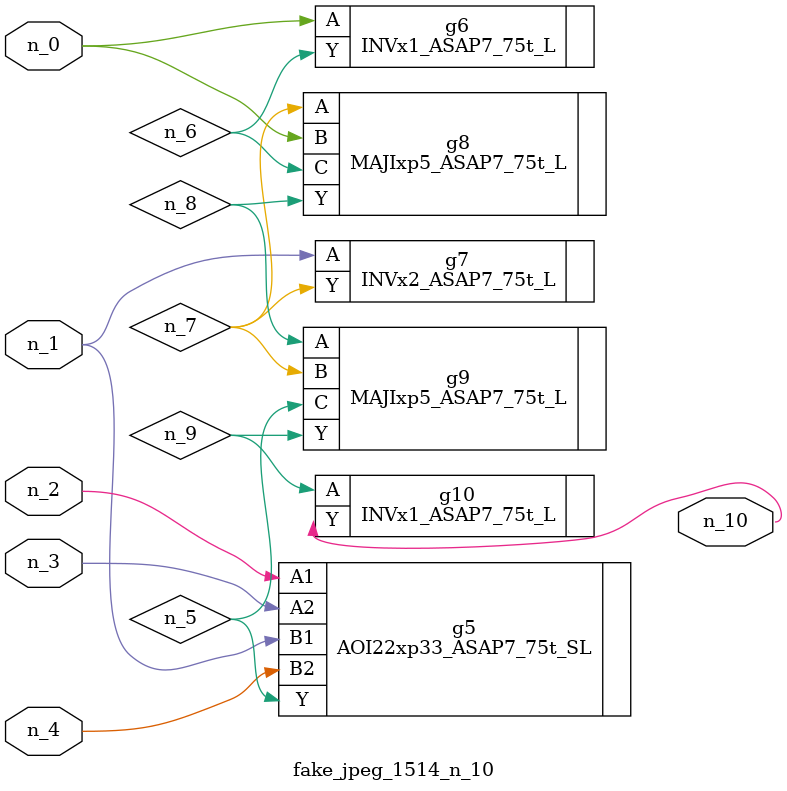
<source format=v>
module fake_jpeg_1514_n_10 (n_3, n_2, n_1, n_0, n_4, n_10);

input n_3;
input n_2;
input n_1;
input n_0;
input n_4;

output n_10;

wire n_8;
wire n_9;
wire n_6;
wire n_5;
wire n_7;

AOI22xp33_ASAP7_75t_SL g5 ( 
.A1(n_2),
.A2(n_3),
.B1(n_1),
.B2(n_4),
.Y(n_5)
);

INVx1_ASAP7_75t_L g6 ( 
.A(n_0),
.Y(n_6)
);

INVx2_ASAP7_75t_L g7 ( 
.A(n_1),
.Y(n_7)
);

MAJIxp5_ASAP7_75t_L g8 ( 
.A(n_7),
.B(n_0),
.C(n_6),
.Y(n_8)
);

MAJIxp5_ASAP7_75t_L g9 ( 
.A(n_8),
.B(n_7),
.C(n_5),
.Y(n_9)
);

INVx1_ASAP7_75t_L g10 ( 
.A(n_9),
.Y(n_10)
);


endmodule
</source>
